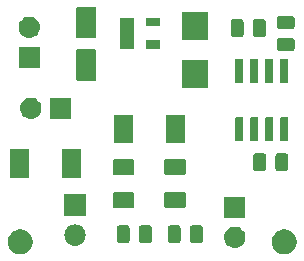
<source format=gbr>
G04 #@! TF.GenerationSoftware,KiCad,Pcbnew,(5.1.4-0-10_14)*
G04 #@! TF.CreationDate,2019-10-07T20:38:55-07:00*
G04 #@! TF.ProjectId,SoftButtonBoardMux555,536f6674-4275-4747-946f-6e426f617264,rev?*
G04 #@! TF.SameCoordinates,Original*
G04 #@! TF.FileFunction,Soldermask,Top*
G04 #@! TF.FilePolarity,Negative*
%FSLAX46Y46*%
G04 Gerber Fmt 4.6, Leading zero omitted, Abs format (unit mm)*
G04 Created by KiCad (PCBNEW (5.1.4-0-10_14)) date 2019-10-07 20:38:55*
%MOMM*%
%LPD*%
G04 APERTURE LIST*
%ADD10C,0.100000*%
G04 APERTURE END LIST*
D10*
G36*
X102160564Y-62997389D02*
G01*
X102351833Y-63076615D01*
X102351835Y-63076616D01*
X102523973Y-63191635D01*
X102670365Y-63338027D01*
X102745434Y-63450375D01*
X102785385Y-63510167D01*
X102864611Y-63701436D01*
X102905000Y-63904484D01*
X102905000Y-64111516D01*
X102864611Y-64314564D01*
X102837598Y-64379779D01*
X102785384Y-64505835D01*
X102670365Y-64677973D01*
X102523973Y-64824365D01*
X102351835Y-64939384D01*
X102351834Y-64939385D01*
X102351833Y-64939385D01*
X102160564Y-65018611D01*
X101957516Y-65059000D01*
X101750484Y-65059000D01*
X101547436Y-65018611D01*
X101356167Y-64939385D01*
X101356166Y-64939385D01*
X101356165Y-64939384D01*
X101184027Y-64824365D01*
X101037635Y-64677973D01*
X100922616Y-64505835D01*
X100870402Y-64379779D01*
X100843389Y-64314564D01*
X100803000Y-64111516D01*
X100803000Y-63904484D01*
X100843389Y-63701436D01*
X100922615Y-63510167D01*
X100962567Y-63450375D01*
X101037635Y-63338027D01*
X101184027Y-63191635D01*
X101356165Y-63076616D01*
X101356167Y-63076615D01*
X101547436Y-62997389D01*
X101750484Y-62957000D01*
X101957516Y-62957000D01*
X102160564Y-62997389D01*
X102160564Y-62997389D01*
G37*
G36*
X79808564Y-62997389D02*
G01*
X79999833Y-63076615D01*
X79999835Y-63076616D01*
X80171973Y-63191635D01*
X80318365Y-63338027D01*
X80393434Y-63450375D01*
X80433385Y-63510167D01*
X80512611Y-63701436D01*
X80553000Y-63904484D01*
X80553000Y-64111516D01*
X80512611Y-64314564D01*
X80485598Y-64379779D01*
X80433384Y-64505835D01*
X80318365Y-64677973D01*
X80171973Y-64824365D01*
X79999835Y-64939384D01*
X79999834Y-64939385D01*
X79999833Y-64939385D01*
X79808564Y-65018611D01*
X79605516Y-65059000D01*
X79398484Y-65059000D01*
X79195436Y-65018611D01*
X79004167Y-64939385D01*
X79004166Y-64939385D01*
X79004165Y-64939384D01*
X78832027Y-64824365D01*
X78685635Y-64677973D01*
X78570616Y-64505835D01*
X78518402Y-64379779D01*
X78491389Y-64314564D01*
X78451000Y-64111516D01*
X78451000Y-63904484D01*
X78491389Y-63701436D01*
X78570615Y-63510167D01*
X78610567Y-63450375D01*
X78685635Y-63338027D01*
X78832027Y-63191635D01*
X79004165Y-63076616D01*
X79004167Y-63076615D01*
X79195436Y-62997389D01*
X79398484Y-62957000D01*
X79605516Y-62957000D01*
X79808564Y-62997389D01*
X79808564Y-62997389D01*
G37*
G36*
X97773442Y-62732518D02*
G01*
X97839627Y-62739037D01*
X98009466Y-62790557D01*
X98165991Y-62874222D01*
X98201729Y-62903552D01*
X98303186Y-62986814D01*
X98386448Y-63088271D01*
X98415778Y-63124009D01*
X98415779Y-63124011D01*
X98488401Y-63259875D01*
X98499443Y-63280534D01*
X98550963Y-63450373D01*
X98568359Y-63627000D01*
X98550963Y-63803627D01*
X98499443Y-63973466D01*
X98499442Y-63973468D01*
X98482942Y-64004337D01*
X98415778Y-64129991D01*
X98386448Y-64165729D01*
X98303186Y-64267186D01*
X98217507Y-64337500D01*
X98165991Y-64379778D01*
X98009466Y-64463443D01*
X97839627Y-64514963D01*
X97773442Y-64521482D01*
X97707260Y-64528000D01*
X97618740Y-64528000D01*
X97552558Y-64521482D01*
X97486373Y-64514963D01*
X97316534Y-64463443D01*
X97160009Y-64379778D01*
X97108493Y-64337500D01*
X97022814Y-64267186D01*
X96939552Y-64165729D01*
X96910222Y-64129991D01*
X96843058Y-64004337D01*
X96826558Y-63973468D01*
X96826557Y-63973466D01*
X96775037Y-63803627D01*
X96757641Y-63627000D01*
X96775037Y-63450373D01*
X96826557Y-63280534D01*
X96837600Y-63259875D01*
X96910221Y-63124011D01*
X96910222Y-63124009D01*
X96939552Y-63088271D01*
X97022814Y-62986814D01*
X97124271Y-62903552D01*
X97160009Y-62874222D01*
X97316534Y-62790557D01*
X97486373Y-62739037D01*
X97552558Y-62732518D01*
X97618740Y-62726000D01*
X97707260Y-62726000D01*
X97773442Y-62732518D01*
X97773442Y-62732518D01*
G37*
G36*
X84247943Y-62542019D02*
G01*
X84314127Y-62548537D01*
X84483966Y-62600057D01*
X84640491Y-62683722D01*
X84676229Y-62713052D01*
X84777686Y-62796314D01*
X84841622Y-62874222D01*
X84890278Y-62933509D01*
X84973943Y-63090034D01*
X85025463Y-63259873D01*
X85042859Y-63436500D01*
X85025463Y-63613127D01*
X84973943Y-63782966D01*
X84973942Y-63782968D01*
X84962899Y-63803627D01*
X84890278Y-63939491D01*
X84875262Y-63957788D01*
X84777686Y-64076686D01*
X84676229Y-64159948D01*
X84640491Y-64189278D01*
X84483966Y-64272943D01*
X84314127Y-64324463D01*
X84247942Y-64330982D01*
X84181760Y-64337500D01*
X84093240Y-64337500D01*
X84027058Y-64330982D01*
X83960873Y-64324463D01*
X83791034Y-64272943D01*
X83634509Y-64189278D01*
X83598771Y-64159948D01*
X83497314Y-64076686D01*
X83399738Y-63957788D01*
X83384722Y-63939491D01*
X83312101Y-63803627D01*
X83301058Y-63782968D01*
X83301057Y-63782966D01*
X83249537Y-63613127D01*
X83232141Y-63436500D01*
X83249537Y-63259873D01*
X83301057Y-63090034D01*
X83384722Y-62933509D01*
X83433378Y-62874222D01*
X83497314Y-62796314D01*
X83598771Y-62713052D01*
X83634509Y-62683722D01*
X83791034Y-62600057D01*
X83960873Y-62548537D01*
X84027057Y-62542019D01*
X84093240Y-62535500D01*
X84181760Y-62535500D01*
X84247943Y-62542019D01*
X84247943Y-62542019D01*
G37*
G36*
X92906468Y-62626565D02*
G01*
X92945138Y-62638296D01*
X92980777Y-62657346D01*
X93012017Y-62682983D01*
X93037654Y-62714223D01*
X93056704Y-62749862D01*
X93068435Y-62788532D01*
X93073000Y-62834888D01*
X93073000Y-63911112D01*
X93068435Y-63957468D01*
X93056704Y-63996138D01*
X93037654Y-64031777D01*
X93012017Y-64063017D01*
X92980777Y-64088654D01*
X92945138Y-64107704D01*
X92906468Y-64119435D01*
X92860112Y-64124000D01*
X92208888Y-64124000D01*
X92162532Y-64119435D01*
X92123862Y-64107704D01*
X92088223Y-64088654D01*
X92056983Y-64063017D01*
X92031346Y-64031777D01*
X92012296Y-63996138D01*
X92000565Y-63957468D01*
X91996000Y-63911112D01*
X91996000Y-62834888D01*
X92000565Y-62788532D01*
X92012296Y-62749862D01*
X92031346Y-62714223D01*
X92056983Y-62682983D01*
X92088223Y-62657346D01*
X92123862Y-62638296D01*
X92162532Y-62626565D01*
X92208888Y-62622000D01*
X92860112Y-62622000D01*
X92906468Y-62626565D01*
X92906468Y-62626565D01*
G37*
G36*
X90463468Y-62626565D02*
G01*
X90502138Y-62638296D01*
X90537777Y-62657346D01*
X90569017Y-62682983D01*
X90594654Y-62714223D01*
X90613704Y-62749862D01*
X90625435Y-62788532D01*
X90630000Y-62834888D01*
X90630000Y-63911112D01*
X90625435Y-63957468D01*
X90613704Y-63996138D01*
X90594654Y-64031777D01*
X90569017Y-64063017D01*
X90537777Y-64088654D01*
X90502138Y-64107704D01*
X90463468Y-64119435D01*
X90417112Y-64124000D01*
X89765888Y-64124000D01*
X89719532Y-64119435D01*
X89680862Y-64107704D01*
X89645223Y-64088654D01*
X89613983Y-64063017D01*
X89588346Y-64031777D01*
X89569296Y-63996138D01*
X89557565Y-63957468D01*
X89553000Y-63911112D01*
X89553000Y-62834888D01*
X89557565Y-62788532D01*
X89569296Y-62749862D01*
X89588346Y-62714223D01*
X89613983Y-62682983D01*
X89645223Y-62657346D01*
X89680862Y-62638296D01*
X89719532Y-62626565D01*
X89765888Y-62622000D01*
X90417112Y-62622000D01*
X90463468Y-62626565D01*
X90463468Y-62626565D01*
G37*
G36*
X88588468Y-62626565D02*
G01*
X88627138Y-62638296D01*
X88662777Y-62657346D01*
X88694017Y-62682983D01*
X88719654Y-62714223D01*
X88738704Y-62749862D01*
X88750435Y-62788532D01*
X88755000Y-62834888D01*
X88755000Y-63911112D01*
X88750435Y-63957468D01*
X88738704Y-63996138D01*
X88719654Y-64031777D01*
X88694017Y-64063017D01*
X88662777Y-64088654D01*
X88627138Y-64107704D01*
X88588468Y-64119435D01*
X88542112Y-64124000D01*
X87890888Y-64124000D01*
X87844532Y-64119435D01*
X87805862Y-64107704D01*
X87770223Y-64088654D01*
X87738983Y-64063017D01*
X87713346Y-64031777D01*
X87694296Y-63996138D01*
X87682565Y-63957468D01*
X87678000Y-63911112D01*
X87678000Y-62834888D01*
X87682565Y-62788532D01*
X87694296Y-62749862D01*
X87713346Y-62714223D01*
X87738983Y-62682983D01*
X87770223Y-62657346D01*
X87805862Y-62638296D01*
X87844532Y-62626565D01*
X87890888Y-62622000D01*
X88542112Y-62622000D01*
X88588468Y-62626565D01*
X88588468Y-62626565D01*
G37*
G36*
X94781468Y-62626565D02*
G01*
X94820138Y-62638296D01*
X94855777Y-62657346D01*
X94887017Y-62682983D01*
X94912654Y-62714223D01*
X94931704Y-62749862D01*
X94943435Y-62788532D01*
X94948000Y-62834888D01*
X94948000Y-63911112D01*
X94943435Y-63957468D01*
X94931704Y-63996138D01*
X94912654Y-64031777D01*
X94887017Y-64063017D01*
X94855777Y-64088654D01*
X94820138Y-64107704D01*
X94781468Y-64119435D01*
X94735112Y-64124000D01*
X94083888Y-64124000D01*
X94037532Y-64119435D01*
X93998862Y-64107704D01*
X93963223Y-64088654D01*
X93931983Y-64063017D01*
X93906346Y-64031777D01*
X93887296Y-63996138D01*
X93875565Y-63957468D01*
X93871000Y-63911112D01*
X93871000Y-62834888D01*
X93875565Y-62788532D01*
X93887296Y-62749862D01*
X93906346Y-62714223D01*
X93931983Y-62682983D01*
X93963223Y-62657346D01*
X93998862Y-62638296D01*
X94037532Y-62626565D01*
X94083888Y-62622000D01*
X94735112Y-62622000D01*
X94781468Y-62626565D01*
X94781468Y-62626565D01*
G37*
G36*
X98564000Y-61988000D02*
G01*
X96762000Y-61988000D01*
X96762000Y-60186000D01*
X98564000Y-60186000D01*
X98564000Y-61988000D01*
X98564000Y-61988000D01*
G37*
G36*
X85038500Y-61797500D02*
G01*
X83236500Y-61797500D01*
X83236500Y-59995500D01*
X85038500Y-59995500D01*
X85038500Y-61797500D01*
X85038500Y-61797500D01*
G37*
G36*
X89008204Y-59808747D02*
G01*
X89044744Y-59819832D01*
X89078421Y-59837833D01*
X89107941Y-59862059D01*
X89132167Y-59891579D01*
X89150168Y-59925256D01*
X89161253Y-59961796D01*
X89165600Y-60005938D01*
X89165600Y-60954862D01*
X89161253Y-60999004D01*
X89150168Y-61035544D01*
X89132167Y-61069221D01*
X89107941Y-61098741D01*
X89078421Y-61122967D01*
X89044744Y-61140968D01*
X89008204Y-61152053D01*
X88964062Y-61156400D01*
X87515138Y-61156400D01*
X87470996Y-61152053D01*
X87434456Y-61140968D01*
X87400779Y-61122967D01*
X87371259Y-61098741D01*
X87347033Y-61069221D01*
X87329032Y-61035544D01*
X87317947Y-60999004D01*
X87313600Y-60954862D01*
X87313600Y-60005938D01*
X87317947Y-59961796D01*
X87329032Y-59925256D01*
X87347033Y-59891579D01*
X87371259Y-59862059D01*
X87400779Y-59837833D01*
X87434456Y-59819832D01*
X87470996Y-59808747D01*
X87515138Y-59804400D01*
X88964062Y-59804400D01*
X89008204Y-59808747D01*
X89008204Y-59808747D01*
G37*
G36*
X93351604Y-59783347D02*
G01*
X93388144Y-59794432D01*
X93421821Y-59812433D01*
X93451341Y-59836659D01*
X93475567Y-59866179D01*
X93493568Y-59899856D01*
X93504653Y-59936396D01*
X93509000Y-59980538D01*
X93509000Y-60929462D01*
X93504653Y-60973604D01*
X93493568Y-61010144D01*
X93475567Y-61043821D01*
X93451341Y-61073341D01*
X93421821Y-61097567D01*
X93388144Y-61115568D01*
X93351604Y-61126653D01*
X93307462Y-61131000D01*
X91858538Y-61131000D01*
X91814396Y-61126653D01*
X91777856Y-61115568D01*
X91744179Y-61097567D01*
X91714659Y-61073341D01*
X91690433Y-61043821D01*
X91672432Y-61010144D01*
X91661347Y-60973604D01*
X91657000Y-60929462D01*
X91657000Y-59980538D01*
X91661347Y-59936396D01*
X91672432Y-59899856D01*
X91690433Y-59866179D01*
X91714659Y-59836659D01*
X91744179Y-59812433D01*
X91777856Y-59794432D01*
X91814396Y-59783347D01*
X91858538Y-59779000D01*
X93307462Y-59779000D01*
X93351604Y-59783347D01*
X93351604Y-59783347D01*
G37*
G36*
X80251500Y-58585300D02*
G01*
X78650900Y-58585300D01*
X78650900Y-56171900D01*
X80251500Y-56171900D01*
X80251500Y-58585300D01*
X80251500Y-58585300D01*
G37*
G36*
X84620300Y-58585300D02*
G01*
X83019700Y-58585300D01*
X83019700Y-56171900D01*
X84620300Y-56171900D01*
X84620300Y-58585300D01*
X84620300Y-58585300D01*
G37*
G36*
X89008204Y-57008747D02*
G01*
X89044744Y-57019832D01*
X89078421Y-57037833D01*
X89107941Y-57062059D01*
X89132167Y-57091579D01*
X89150168Y-57125256D01*
X89161253Y-57161796D01*
X89165600Y-57205938D01*
X89165600Y-58154862D01*
X89161253Y-58199004D01*
X89150168Y-58235544D01*
X89132167Y-58269221D01*
X89107941Y-58298741D01*
X89078421Y-58322967D01*
X89044744Y-58340968D01*
X89008204Y-58352053D01*
X88964062Y-58356400D01*
X87515138Y-58356400D01*
X87470996Y-58352053D01*
X87434456Y-58340968D01*
X87400779Y-58322967D01*
X87371259Y-58298741D01*
X87347033Y-58269221D01*
X87329032Y-58235544D01*
X87317947Y-58199004D01*
X87313600Y-58154862D01*
X87313600Y-57205938D01*
X87317947Y-57161796D01*
X87329032Y-57125256D01*
X87347033Y-57091579D01*
X87371259Y-57062059D01*
X87400779Y-57037833D01*
X87434456Y-57019832D01*
X87470996Y-57008747D01*
X87515138Y-57004400D01*
X88964062Y-57004400D01*
X89008204Y-57008747D01*
X89008204Y-57008747D01*
G37*
G36*
X93351604Y-56983347D02*
G01*
X93388144Y-56994432D01*
X93421821Y-57012433D01*
X93451341Y-57036659D01*
X93475567Y-57066179D01*
X93493568Y-57099856D01*
X93504653Y-57136396D01*
X93509000Y-57180538D01*
X93509000Y-58129462D01*
X93504653Y-58173604D01*
X93493568Y-58210144D01*
X93475567Y-58243821D01*
X93451341Y-58273341D01*
X93421821Y-58297567D01*
X93388144Y-58315568D01*
X93351604Y-58326653D01*
X93307462Y-58331000D01*
X91858538Y-58331000D01*
X91814396Y-58326653D01*
X91777856Y-58315568D01*
X91744179Y-58297567D01*
X91714659Y-58273341D01*
X91690433Y-58243821D01*
X91672432Y-58210144D01*
X91661347Y-58173604D01*
X91657000Y-58129462D01*
X91657000Y-57180538D01*
X91661347Y-57136396D01*
X91672432Y-57099856D01*
X91690433Y-57066179D01*
X91714659Y-57036659D01*
X91744179Y-57012433D01*
X91777856Y-56994432D01*
X91814396Y-56983347D01*
X91858538Y-56979000D01*
X93307462Y-56979000D01*
X93351604Y-56983347D01*
X93351604Y-56983347D01*
G37*
G36*
X100145468Y-56530565D02*
G01*
X100184138Y-56542296D01*
X100219777Y-56561346D01*
X100251017Y-56586983D01*
X100276654Y-56618223D01*
X100295704Y-56653862D01*
X100307435Y-56692532D01*
X100312000Y-56738888D01*
X100312000Y-57815112D01*
X100307435Y-57861468D01*
X100295704Y-57900138D01*
X100276654Y-57935777D01*
X100251017Y-57967017D01*
X100219777Y-57992654D01*
X100184138Y-58011704D01*
X100145468Y-58023435D01*
X100099112Y-58028000D01*
X99447888Y-58028000D01*
X99401532Y-58023435D01*
X99362862Y-58011704D01*
X99327223Y-57992654D01*
X99295983Y-57967017D01*
X99270346Y-57935777D01*
X99251296Y-57900138D01*
X99239565Y-57861468D01*
X99235000Y-57815112D01*
X99235000Y-56738888D01*
X99239565Y-56692532D01*
X99251296Y-56653862D01*
X99270346Y-56618223D01*
X99295983Y-56586983D01*
X99327223Y-56561346D01*
X99362862Y-56542296D01*
X99401532Y-56530565D01*
X99447888Y-56526000D01*
X100099112Y-56526000D01*
X100145468Y-56530565D01*
X100145468Y-56530565D01*
G37*
G36*
X102020468Y-56530565D02*
G01*
X102059138Y-56542296D01*
X102094777Y-56561346D01*
X102126017Y-56586983D01*
X102151654Y-56618223D01*
X102170704Y-56653862D01*
X102182435Y-56692532D01*
X102187000Y-56738888D01*
X102187000Y-57815112D01*
X102182435Y-57861468D01*
X102170704Y-57900138D01*
X102151654Y-57935777D01*
X102126017Y-57967017D01*
X102094777Y-57992654D01*
X102059138Y-58011704D01*
X102020468Y-58023435D01*
X101974112Y-58028000D01*
X101322888Y-58028000D01*
X101276532Y-58023435D01*
X101237862Y-58011704D01*
X101202223Y-57992654D01*
X101170983Y-57967017D01*
X101145346Y-57935777D01*
X101126296Y-57900138D01*
X101114565Y-57861468D01*
X101110000Y-57815112D01*
X101110000Y-56738888D01*
X101114565Y-56692532D01*
X101126296Y-56653862D01*
X101145346Y-56618223D01*
X101170983Y-56586983D01*
X101202223Y-56561346D01*
X101237862Y-56542296D01*
X101276532Y-56530565D01*
X101322888Y-56526000D01*
X101974112Y-56526000D01*
X102020468Y-56530565D01*
X102020468Y-56530565D01*
G37*
G36*
X93408700Y-55664300D02*
G01*
X91808100Y-55664300D01*
X91808100Y-53250900D01*
X93408700Y-53250900D01*
X93408700Y-55664300D01*
X93408700Y-55664300D01*
G37*
G36*
X89039900Y-55664300D02*
G01*
X87439300Y-55664300D01*
X87439300Y-53250900D01*
X89039900Y-53250900D01*
X89039900Y-55664300D01*
X89039900Y-55664300D01*
G37*
G36*
X98303928Y-53458264D02*
G01*
X98325009Y-53464660D01*
X98344445Y-53475048D01*
X98361476Y-53489024D01*
X98375452Y-53506055D01*
X98385840Y-53525491D01*
X98392236Y-53546572D01*
X98395000Y-53574640D01*
X98395000Y-55388360D01*
X98392236Y-55416428D01*
X98385840Y-55437509D01*
X98375452Y-55456945D01*
X98361476Y-55473976D01*
X98344445Y-55487952D01*
X98325009Y-55498340D01*
X98303928Y-55504736D01*
X98275860Y-55507500D01*
X97812140Y-55507500D01*
X97784072Y-55504736D01*
X97762991Y-55498340D01*
X97743555Y-55487952D01*
X97726524Y-55473976D01*
X97712548Y-55456945D01*
X97702160Y-55437509D01*
X97695764Y-55416428D01*
X97693000Y-55388360D01*
X97693000Y-53574640D01*
X97695764Y-53546572D01*
X97702160Y-53525491D01*
X97712548Y-53506055D01*
X97726524Y-53489024D01*
X97743555Y-53475048D01*
X97762991Y-53464660D01*
X97784072Y-53458264D01*
X97812140Y-53455500D01*
X98275860Y-53455500D01*
X98303928Y-53458264D01*
X98303928Y-53458264D01*
G37*
G36*
X102113928Y-53458264D02*
G01*
X102135009Y-53464660D01*
X102154445Y-53475048D01*
X102171476Y-53489024D01*
X102185452Y-53506055D01*
X102195840Y-53525491D01*
X102202236Y-53546572D01*
X102205000Y-53574640D01*
X102205000Y-55388360D01*
X102202236Y-55416428D01*
X102195840Y-55437509D01*
X102185452Y-55456945D01*
X102171476Y-55473976D01*
X102154445Y-55487952D01*
X102135009Y-55498340D01*
X102113928Y-55504736D01*
X102085860Y-55507500D01*
X101622140Y-55507500D01*
X101594072Y-55504736D01*
X101572991Y-55498340D01*
X101553555Y-55487952D01*
X101536524Y-55473976D01*
X101522548Y-55456945D01*
X101512160Y-55437509D01*
X101505764Y-55416428D01*
X101503000Y-55388360D01*
X101503000Y-53574640D01*
X101505764Y-53546572D01*
X101512160Y-53525491D01*
X101522548Y-53506055D01*
X101536524Y-53489024D01*
X101553555Y-53475048D01*
X101572991Y-53464660D01*
X101594072Y-53458264D01*
X101622140Y-53455500D01*
X102085860Y-53455500D01*
X102113928Y-53458264D01*
X102113928Y-53458264D01*
G37*
G36*
X100843928Y-53458264D02*
G01*
X100865009Y-53464660D01*
X100884445Y-53475048D01*
X100901476Y-53489024D01*
X100915452Y-53506055D01*
X100925840Y-53525491D01*
X100932236Y-53546572D01*
X100935000Y-53574640D01*
X100935000Y-55388360D01*
X100932236Y-55416428D01*
X100925840Y-55437509D01*
X100915452Y-55456945D01*
X100901476Y-55473976D01*
X100884445Y-55487952D01*
X100865009Y-55498340D01*
X100843928Y-55504736D01*
X100815860Y-55507500D01*
X100352140Y-55507500D01*
X100324072Y-55504736D01*
X100302991Y-55498340D01*
X100283555Y-55487952D01*
X100266524Y-55473976D01*
X100252548Y-55456945D01*
X100242160Y-55437509D01*
X100235764Y-55416428D01*
X100233000Y-55388360D01*
X100233000Y-53574640D01*
X100235764Y-53546572D01*
X100242160Y-53525491D01*
X100252548Y-53506055D01*
X100266524Y-53489024D01*
X100283555Y-53475048D01*
X100302991Y-53464660D01*
X100324072Y-53458264D01*
X100352140Y-53455500D01*
X100815860Y-53455500D01*
X100843928Y-53458264D01*
X100843928Y-53458264D01*
G37*
G36*
X99573928Y-53458264D02*
G01*
X99595009Y-53464660D01*
X99614445Y-53475048D01*
X99631476Y-53489024D01*
X99645452Y-53506055D01*
X99655840Y-53525491D01*
X99662236Y-53546572D01*
X99665000Y-53574640D01*
X99665000Y-55388360D01*
X99662236Y-55416428D01*
X99655840Y-55437509D01*
X99645452Y-55456945D01*
X99631476Y-55473976D01*
X99614445Y-55487952D01*
X99595009Y-55498340D01*
X99573928Y-55504736D01*
X99545860Y-55507500D01*
X99082140Y-55507500D01*
X99054072Y-55504736D01*
X99032991Y-55498340D01*
X99013555Y-55487952D01*
X98996524Y-55473976D01*
X98982548Y-55456945D01*
X98972160Y-55437509D01*
X98965764Y-55416428D01*
X98963000Y-55388360D01*
X98963000Y-53574640D01*
X98965764Y-53546572D01*
X98972160Y-53525491D01*
X98982548Y-53506055D01*
X98996524Y-53489024D01*
X99013555Y-53475048D01*
X99032991Y-53464660D01*
X99054072Y-53458264D01*
X99082140Y-53455500D01*
X99545860Y-53455500D01*
X99573928Y-53458264D01*
X99573928Y-53458264D01*
G37*
G36*
X80501442Y-51810518D02*
G01*
X80567627Y-51817037D01*
X80737466Y-51868557D01*
X80893991Y-51952222D01*
X80929729Y-51981552D01*
X81031186Y-52064814D01*
X81114448Y-52166271D01*
X81143778Y-52202009D01*
X81227443Y-52358534D01*
X81278963Y-52528373D01*
X81296359Y-52705000D01*
X81278963Y-52881627D01*
X81227443Y-53051466D01*
X81143778Y-53207991D01*
X81114448Y-53243729D01*
X81031186Y-53345186D01*
X80929729Y-53428448D01*
X80893991Y-53457778D01*
X80737466Y-53541443D01*
X80567627Y-53592963D01*
X80529054Y-53596762D01*
X80435260Y-53606000D01*
X80346740Y-53606000D01*
X80252946Y-53596762D01*
X80214373Y-53592963D01*
X80044534Y-53541443D01*
X79888009Y-53457778D01*
X79852271Y-53428448D01*
X79750814Y-53345186D01*
X79667552Y-53243729D01*
X79638222Y-53207991D01*
X79554557Y-53051466D01*
X79503037Y-52881627D01*
X79485641Y-52705000D01*
X79503037Y-52528373D01*
X79554557Y-52358534D01*
X79638222Y-52202009D01*
X79667552Y-52166271D01*
X79750814Y-52064814D01*
X79852271Y-51981552D01*
X79888009Y-51952222D01*
X80044534Y-51868557D01*
X80214373Y-51817037D01*
X80280558Y-51810518D01*
X80346740Y-51804000D01*
X80435260Y-51804000D01*
X80501442Y-51810518D01*
X80501442Y-51810518D01*
G37*
G36*
X83832000Y-53606000D02*
G01*
X82030000Y-53606000D01*
X82030000Y-51804000D01*
X83832000Y-51804000D01*
X83832000Y-53606000D01*
X83832000Y-53606000D01*
G37*
G36*
X95397698Y-50965198D02*
G01*
X93197302Y-50965198D01*
X93197302Y-48602802D01*
X95397698Y-48602802D01*
X95397698Y-50965198D01*
X95397698Y-50965198D01*
G37*
G36*
X98303928Y-48508264D02*
G01*
X98325009Y-48514660D01*
X98344445Y-48525048D01*
X98361476Y-48539024D01*
X98375452Y-48556055D01*
X98385840Y-48575491D01*
X98392236Y-48596572D01*
X98395000Y-48624640D01*
X98395000Y-50438360D01*
X98392236Y-50466428D01*
X98385840Y-50487509D01*
X98375452Y-50506945D01*
X98361476Y-50523976D01*
X98344445Y-50537952D01*
X98325009Y-50548340D01*
X98303928Y-50554736D01*
X98275860Y-50557500D01*
X97812140Y-50557500D01*
X97784072Y-50554736D01*
X97762991Y-50548340D01*
X97743555Y-50537952D01*
X97726524Y-50523976D01*
X97712548Y-50506945D01*
X97702160Y-50487509D01*
X97695764Y-50466428D01*
X97693000Y-50438360D01*
X97693000Y-48624640D01*
X97695764Y-48596572D01*
X97702160Y-48575491D01*
X97712548Y-48556055D01*
X97726524Y-48539024D01*
X97743555Y-48525048D01*
X97762991Y-48514660D01*
X97784072Y-48508264D01*
X97812140Y-48505500D01*
X98275860Y-48505500D01*
X98303928Y-48508264D01*
X98303928Y-48508264D01*
G37*
G36*
X99573928Y-48508264D02*
G01*
X99595009Y-48514660D01*
X99614445Y-48525048D01*
X99631476Y-48539024D01*
X99645452Y-48556055D01*
X99655840Y-48575491D01*
X99662236Y-48596572D01*
X99665000Y-48624640D01*
X99665000Y-50438360D01*
X99662236Y-50466428D01*
X99655840Y-50487509D01*
X99645452Y-50506945D01*
X99631476Y-50523976D01*
X99614445Y-50537952D01*
X99595009Y-50548340D01*
X99573928Y-50554736D01*
X99545860Y-50557500D01*
X99082140Y-50557500D01*
X99054072Y-50554736D01*
X99032991Y-50548340D01*
X99013555Y-50537952D01*
X98996524Y-50523976D01*
X98982548Y-50506945D01*
X98972160Y-50487509D01*
X98965764Y-50466428D01*
X98963000Y-50438360D01*
X98963000Y-48624640D01*
X98965764Y-48596572D01*
X98972160Y-48575491D01*
X98982548Y-48556055D01*
X98996524Y-48539024D01*
X99013555Y-48525048D01*
X99032991Y-48514660D01*
X99054072Y-48508264D01*
X99082140Y-48505500D01*
X99545860Y-48505500D01*
X99573928Y-48508264D01*
X99573928Y-48508264D01*
G37*
G36*
X100843928Y-48508264D02*
G01*
X100865009Y-48514660D01*
X100884445Y-48525048D01*
X100901476Y-48539024D01*
X100915452Y-48556055D01*
X100925840Y-48575491D01*
X100932236Y-48596572D01*
X100935000Y-48624640D01*
X100935000Y-50438360D01*
X100932236Y-50466428D01*
X100925840Y-50487509D01*
X100915452Y-50506945D01*
X100901476Y-50523976D01*
X100884445Y-50537952D01*
X100865009Y-50548340D01*
X100843928Y-50554736D01*
X100815860Y-50557500D01*
X100352140Y-50557500D01*
X100324072Y-50554736D01*
X100302991Y-50548340D01*
X100283555Y-50537952D01*
X100266524Y-50523976D01*
X100252548Y-50506945D01*
X100242160Y-50487509D01*
X100235764Y-50466428D01*
X100233000Y-50438360D01*
X100233000Y-48624640D01*
X100235764Y-48596572D01*
X100242160Y-48575491D01*
X100252548Y-48556055D01*
X100266524Y-48539024D01*
X100283555Y-48525048D01*
X100302991Y-48514660D01*
X100324072Y-48508264D01*
X100352140Y-48505500D01*
X100815860Y-48505500D01*
X100843928Y-48508264D01*
X100843928Y-48508264D01*
G37*
G36*
X102113928Y-48508264D02*
G01*
X102135009Y-48514660D01*
X102154445Y-48525048D01*
X102171476Y-48539024D01*
X102185452Y-48556055D01*
X102195840Y-48575491D01*
X102202236Y-48596572D01*
X102205000Y-48624640D01*
X102205000Y-50438360D01*
X102202236Y-50466428D01*
X102195840Y-50487509D01*
X102185452Y-50506945D01*
X102171476Y-50523976D01*
X102154445Y-50537952D01*
X102135009Y-50548340D01*
X102113928Y-50554736D01*
X102085860Y-50557500D01*
X101622140Y-50557500D01*
X101594072Y-50554736D01*
X101572991Y-50548340D01*
X101553555Y-50537952D01*
X101536524Y-50523976D01*
X101522548Y-50506945D01*
X101512160Y-50487509D01*
X101505764Y-50466428D01*
X101503000Y-50438360D01*
X101503000Y-48624640D01*
X101505764Y-48596572D01*
X101512160Y-48575491D01*
X101522548Y-48556055D01*
X101536524Y-48539024D01*
X101553555Y-48525048D01*
X101572991Y-48514660D01*
X101594072Y-48508264D01*
X101622140Y-48505500D01*
X102085860Y-48505500D01*
X102113928Y-48508264D01*
X102113928Y-48508264D01*
G37*
G36*
X85795997Y-47697051D02*
G01*
X85829652Y-47707261D01*
X85860665Y-47723838D01*
X85887851Y-47746149D01*
X85910162Y-47773335D01*
X85926739Y-47804348D01*
X85936949Y-47838003D01*
X85941000Y-47879138D01*
X85941000Y-50208862D01*
X85936949Y-50249997D01*
X85926739Y-50283652D01*
X85910162Y-50314665D01*
X85887851Y-50341851D01*
X85860665Y-50364162D01*
X85829652Y-50380739D01*
X85795997Y-50390949D01*
X85754862Y-50395000D01*
X84425138Y-50395000D01*
X84384003Y-50390949D01*
X84350348Y-50380739D01*
X84319335Y-50364162D01*
X84292149Y-50341851D01*
X84269838Y-50314665D01*
X84253261Y-50283652D01*
X84243051Y-50249997D01*
X84239000Y-50208862D01*
X84239000Y-47879138D01*
X84243051Y-47838003D01*
X84253261Y-47804348D01*
X84269838Y-47773335D01*
X84292149Y-47746149D01*
X84319335Y-47723838D01*
X84350348Y-47707261D01*
X84384003Y-47697051D01*
X84425138Y-47693000D01*
X85754862Y-47693000D01*
X85795997Y-47697051D01*
X85795997Y-47697051D01*
G37*
G36*
X81165000Y-49288000D02*
G01*
X79363000Y-49288000D01*
X79363000Y-47486000D01*
X81165000Y-47486000D01*
X81165000Y-49288000D01*
X81165000Y-49288000D01*
G37*
G36*
X102565468Y-46783965D02*
G01*
X102604138Y-46795696D01*
X102639777Y-46814746D01*
X102671017Y-46840383D01*
X102696654Y-46871623D01*
X102715704Y-46907262D01*
X102727435Y-46945932D01*
X102732000Y-46992288D01*
X102732000Y-47643512D01*
X102727435Y-47689868D01*
X102715704Y-47728538D01*
X102696654Y-47764177D01*
X102671017Y-47795417D01*
X102639777Y-47821054D01*
X102604138Y-47840104D01*
X102565468Y-47851835D01*
X102519112Y-47856400D01*
X101442888Y-47856400D01*
X101396532Y-47851835D01*
X101357862Y-47840104D01*
X101322223Y-47821054D01*
X101290983Y-47795417D01*
X101265346Y-47764177D01*
X101246296Y-47728538D01*
X101234565Y-47689868D01*
X101230000Y-47643512D01*
X101230000Y-46992288D01*
X101234565Y-46945932D01*
X101246296Y-46907262D01*
X101265346Y-46871623D01*
X101290983Y-46840383D01*
X101322223Y-46814746D01*
X101357862Y-46795696D01*
X101396532Y-46783965D01*
X101442888Y-46779400D01*
X102519112Y-46779400D01*
X102565468Y-46783965D01*
X102565468Y-46783965D01*
G37*
G36*
X91343000Y-47681000D02*
G01*
X90181000Y-47681000D01*
X90181000Y-46929000D01*
X91343000Y-46929000D01*
X91343000Y-47681000D01*
X91343000Y-47681000D01*
G37*
G36*
X89143000Y-47681000D02*
G01*
X87981000Y-47681000D01*
X87981000Y-45029000D01*
X89143000Y-45029000D01*
X89143000Y-47681000D01*
X89143000Y-47681000D01*
G37*
G36*
X95397698Y-46920806D02*
G01*
X93197302Y-46920806D01*
X93197302Y-44558410D01*
X95397698Y-44558410D01*
X95397698Y-46920806D01*
X95397698Y-46920806D01*
G37*
G36*
X85795997Y-44097051D02*
G01*
X85829652Y-44107261D01*
X85860665Y-44123838D01*
X85887851Y-44146149D01*
X85910162Y-44173335D01*
X85926739Y-44204348D01*
X85936949Y-44238003D01*
X85941000Y-44279138D01*
X85941000Y-46608862D01*
X85936949Y-46649997D01*
X85926739Y-46683652D01*
X85910162Y-46714665D01*
X85887851Y-46741851D01*
X85860665Y-46764162D01*
X85829652Y-46780739D01*
X85795997Y-46790949D01*
X85754862Y-46795000D01*
X84425138Y-46795000D01*
X84384003Y-46790949D01*
X84350348Y-46780739D01*
X84319335Y-46764162D01*
X84292149Y-46741851D01*
X84269838Y-46714665D01*
X84253261Y-46683652D01*
X84243051Y-46649997D01*
X84239000Y-46608862D01*
X84239000Y-44279138D01*
X84243051Y-44238003D01*
X84253261Y-44204348D01*
X84269838Y-44173335D01*
X84292149Y-44146149D01*
X84319335Y-44123838D01*
X84350348Y-44107261D01*
X84384003Y-44097051D01*
X84425138Y-44093000D01*
X85754862Y-44093000D01*
X85795997Y-44097051D01*
X85795997Y-44097051D01*
G37*
G36*
X80374442Y-44952518D02*
G01*
X80440627Y-44959037D01*
X80610466Y-45010557D01*
X80766991Y-45094222D01*
X80802729Y-45123552D01*
X80904186Y-45206814D01*
X80987448Y-45308271D01*
X81016778Y-45344009D01*
X81100443Y-45500534D01*
X81151963Y-45670373D01*
X81169359Y-45847000D01*
X81151963Y-46023627D01*
X81100443Y-46193466D01*
X81016778Y-46349991D01*
X80987448Y-46385729D01*
X80904186Y-46487186D01*
X80822117Y-46554537D01*
X80766991Y-46599778D01*
X80610466Y-46683443D01*
X80440627Y-46734963D01*
X80374443Y-46741481D01*
X80308260Y-46748000D01*
X80219740Y-46748000D01*
X80153557Y-46741481D01*
X80087373Y-46734963D01*
X79917534Y-46683443D01*
X79761009Y-46599778D01*
X79705883Y-46554537D01*
X79623814Y-46487186D01*
X79540552Y-46385729D01*
X79511222Y-46349991D01*
X79427557Y-46193466D01*
X79376037Y-46023627D01*
X79358641Y-45847000D01*
X79376037Y-45670373D01*
X79427557Y-45500534D01*
X79511222Y-45344009D01*
X79540552Y-45308271D01*
X79623814Y-45206814D01*
X79725271Y-45123552D01*
X79761009Y-45094222D01*
X79917534Y-45010557D01*
X80087373Y-44959037D01*
X80153558Y-44952518D01*
X80219740Y-44946000D01*
X80308260Y-44946000D01*
X80374442Y-44952518D01*
X80374442Y-44952518D01*
G37*
G36*
X100115468Y-45176765D02*
G01*
X100154138Y-45188496D01*
X100189777Y-45207546D01*
X100221017Y-45233183D01*
X100246654Y-45264423D01*
X100265704Y-45300062D01*
X100277435Y-45338732D01*
X100282000Y-45385088D01*
X100282000Y-46461312D01*
X100277435Y-46507668D01*
X100265704Y-46546338D01*
X100246654Y-46581977D01*
X100221017Y-46613217D01*
X100189777Y-46638854D01*
X100154138Y-46657904D01*
X100115468Y-46669635D01*
X100069112Y-46674200D01*
X99417888Y-46674200D01*
X99371532Y-46669635D01*
X99332862Y-46657904D01*
X99297223Y-46638854D01*
X99265983Y-46613217D01*
X99240346Y-46581977D01*
X99221296Y-46546338D01*
X99209565Y-46507668D01*
X99205000Y-46461312D01*
X99205000Y-45385088D01*
X99209565Y-45338732D01*
X99221296Y-45300062D01*
X99240346Y-45264423D01*
X99265983Y-45233183D01*
X99297223Y-45207546D01*
X99332862Y-45188496D01*
X99371532Y-45176765D01*
X99417888Y-45172200D01*
X100069112Y-45172200D01*
X100115468Y-45176765D01*
X100115468Y-45176765D01*
G37*
G36*
X98240468Y-45176765D02*
G01*
X98279138Y-45188496D01*
X98314777Y-45207546D01*
X98346017Y-45233183D01*
X98371654Y-45264423D01*
X98390704Y-45300062D01*
X98402435Y-45338732D01*
X98407000Y-45385088D01*
X98407000Y-46461312D01*
X98402435Y-46507668D01*
X98390704Y-46546338D01*
X98371654Y-46581977D01*
X98346017Y-46613217D01*
X98314777Y-46638854D01*
X98279138Y-46657904D01*
X98240468Y-46669635D01*
X98194112Y-46674200D01*
X97542888Y-46674200D01*
X97496532Y-46669635D01*
X97457862Y-46657904D01*
X97422223Y-46638854D01*
X97390983Y-46613217D01*
X97365346Y-46581977D01*
X97346296Y-46546338D01*
X97334565Y-46507668D01*
X97330000Y-46461312D01*
X97330000Y-45385088D01*
X97334565Y-45338732D01*
X97346296Y-45300062D01*
X97365346Y-45264423D01*
X97390983Y-45233183D01*
X97422223Y-45207546D01*
X97457862Y-45188496D01*
X97496532Y-45176765D01*
X97542888Y-45172200D01*
X98194112Y-45172200D01*
X98240468Y-45176765D01*
X98240468Y-45176765D01*
G37*
G36*
X102565468Y-44908965D02*
G01*
X102604138Y-44920696D01*
X102639777Y-44939746D01*
X102671017Y-44965383D01*
X102696654Y-44996623D01*
X102715704Y-45032262D01*
X102727435Y-45070932D01*
X102732000Y-45117288D01*
X102732000Y-45768512D01*
X102727435Y-45814868D01*
X102715704Y-45853538D01*
X102696654Y-45889177D01*
X102671017Y-45920417D01*
X102639777Y-45946054D01*
X102604138Y-45965104D01*
X102565468Y-45976835D01*
X102519112Y-45981400D01*
X101442888Y-45981400D01*
X101396532Y-45976835D01*
X101357862Y-45965104D01*
X101322223Y-45946054D01*
X101290983Y-45920417D01*
X101265346Y-45889177D01*
X101246296Y-45853538D01*
X101234565Y-45814868D01*
X101230000Y-45768512D01*
X101230000Y-45117288D01*
X101234565Y-45070932D01*
X101246296Y-45032262D01*
X101265346Y-44996623D01*
X101290983Y-44965383D01*
X101322223Y-44939746D01*
X101357862Y-44920696D01*
X101396532Y-44908965D01*
X101442888Y-44904400D01*
X102519112Y-44904400D01*
X102565468Y-44908965D01*
X102565468Y-44908965D01*
G37*
G36*
X91343000Y-45781000D02*
G01*
X90181000Y-45781000D01*
X90181000Y-45029000D01*
X91343000Y-45029000D01*
X91343000Y-45781000D01*
X91343000Y-45781000D01*
G37*
M02*

</source>
